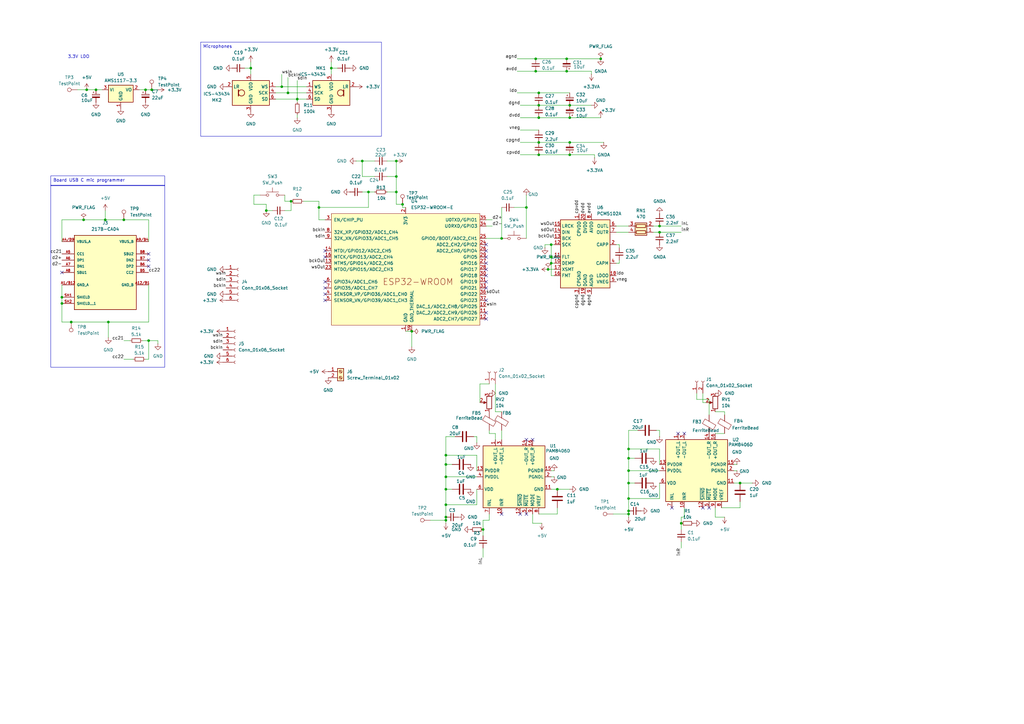
<source format=kicad_sch>
(kicad_sch (version 20231120) (generator "eeschema") (generator_version "8.0")
  (paper "A3")
  (lib_symbols
    (symbol "Amplifier_Audio:PAM8406D"
      (property "Reference" "U" (at -12.7 -15.24 0))
      (property "Value" "PAM8406D" (at -10.16 -17.78 0))
      (symbol "PAM8406D_1_1"
        (pin output line (at 15.24 7.62 180) (length 2.54) (name "+OUT_L") (number "1"))
        (pin input line (at -15.24 5.08 0) (length 2.54) (name "INR") (number "10"))
        (pin power_in line (at -5.08 -15.24 90) (length 2.54) (name "GND") (number "11"))
        (pin input line (at -15.24 -2.54 0) (length 2.54) (name "~{SHND}") (number "12"))
        (pin power_in line (at 2.54 15.24 270) (length 2.54) (name "PVDDR") (number "13"))
        (pin output line (at 15.24 -5.08 180) (length 2.54) (name "-OUT_R") (number "14"))
        (pin power_in line (at 2.54 -15.24 90) (length 2.54) (name "PGNDR") (number "15"))
        (pin output line (at 15.24 -7.62 180) (length 2.54) (name "+OUT_R") (number "16"))
        (pin power_in line (at 0 -15.24 90) (length 2.54) (name "PGNDL") (number "2"))
        (pin output line (at 15.24 5.08 180) (length 2.54) (name "-OUT_L") (number "3"))
        (pin power_in line (at 0 15.24 270) (length 2.54) (name "PVDDL") (number "4"))
        (pin input line (at -15.24 -5.08 0) (length 2.54) (name "~{MUTE}") (number "5"))
        (pin power_in line (at -5.08 15.24 270) (length 2.54) (name "VDD") (number "6"))
        (pin input line (at -15.24 10.16 0) (length 2.54) (name "INL") (number "7"))
        (pin passive line (at -15.24 -10.16 0) (length 2.54) (name "VREF") (number "8"))
        (pin input line (at -15.24 -7.62 0) (length 2.54) (name "MODE") (number "9"))
      )
    )
    (symbol "Audio:PCM5102A"
      (property "Reference" "U" (at -10.16 13.97 0))
      (property "Value" "PCM5102A" (at 3.81 13.97 0))
      (symbol "PCM5102A_1_1"
        (pin passive line (at -2.54 15.24 270) (length 2.54) (name "CPVDD") (number "1"))
        (pin input line (at -12.7 -5.08 0) (length 2.54) (name "DEMP") (number "10"))
        (pin input line (at -12.7 -2.54 0) (length 2.54) (name "FLT") (number "11"))
        (pin input line (at -12.7 2.54 0) (length 2.54) (name "SCK") (number "12"))
        (pin input line (at -12.7 5.08 0) (length 2.54) (name "BCK") (number "13"))
        (pin input line (at -12.7 7.62 0) (length 2.54) (name "DIN") (number "14"))
        (pin input line (at -12.7 10.16 0) (length 2.54) (name "LRCK") (number "15"))
        (pin input line (at -12.7 -10.16 0) (length 2.54) (name "FMT") (number "16"))
        (pin input line (at -12.7 -7.62 0) (length 2.54) (name "XSMT") (number "17"))
        (pin passive line (at 12.7 -10.16 180) (length 2.54) (name "LDOO") (number "18"))
        (pin power_in line (at 0 -17.78 90) (length 2.54) (name "DGND") (number "19"))
        (pin passive line (at 12.7 2.54 180) (length 2.54) (name "CAPP") (number "2"))
        (pin power_in line (at 0 15.24 270) (length 2.54) (name "DVDD") (number "20"))
        (pin power_in line (at -2.54 -17.78 90) (length 2.54) (name "CPGND") (number "3"))
        (pin passive line (at 12.7 -5.08 180) (length 2.54) (name "CAPM") (number "4"))
        (pin passive line (at 12.7 -12.7 180) (length 2.54) (name "VNEG") (number "5"))
        (pin output line (at 12.7 10.16 180) (length 2.54) (name "OUTL") (number "6"))
        (pin output line (at 12.7 7.62 180) (length 2.54) (name "OUTR") (number "7"))
        (pin power_in line (at 2.54 15.24 270) (length 2.54) (name "AVDD") (number "8"))
        (pin power_in line (at 2.54 -17.78 90) (length 2.54) (name "AGND") (number "9"))
      )
    )
    (symbol "Connector:Conn_01x02_Socket" (pin_names (offset 1.016) hide)
      (property "Reference" "J" (at 0 2.54 0))
      (property "Value" "Conn_01x02_Socket" (at 0 -5.08 0))
      (symbol "Conn_01x02_Socket_1_1"
        (pin passive line (at -5.08 0 0) (length 3.81) (name "Pin_1") (number "1"))
        (pin passive line (at -5.08 -2.54 0) (length 3.81) (name "Pin_2") (number "2"))
      )
    )
    (symbol "Connector:Conn_01x06_Socket" (pin_names (offset 1.016) hide)
      (property "Reference" "J" (at 0 7.62 0))
      (property "Value" "Conn_01x06_Socket" (at 0 -10.16 0))
      (symbol "Conn_01x06_Socket_1_1"
        (pin passive line (at -5.08 5.08 0) (length 3.81) (name "Pin_1") (number "1"))
        (pin passive line (at -5.08 2.54 0) (length 3.81) (name "Pin_2") (number "2"))
        (pin passive line (at -5.08 0 0) (length 3.81) (name "Pin_3") (number "3"))
        (pin passive line (at -5.08 -2.54 0) (length 3.81) (name "Pin_4") (number "4"))
        (pin passive line (at -5.08 -5.08 0) (length 3.81) (name "Pin_5") (number "5"))
        (pin passive line (at -5.08 -7.62 0) (length 3.81) (name "Pin_6") (number "6"))
      )
    )
    (symbol "Connector:Screw_Terminal_01x02" (pin_names (offset 1.016) hide)
      (property "Reference" "J" (at 0 2.54 0))
      (property "Value" "Screw_Terminal_01x02" (at 0 -5.08 0))
      (symbol "Screw_Terminal_01x02_1_1"
        (pin passive line (at -5.08 0 0) (length 3.81) (name "Pin_1") (number "1"))
        (pin passive line (at -5.08 -2.54 0) (length 3.81) (name "Pin_2") (number "2"))
      )
    )
    (symbol "Connector:TestPoint" (pin_numbers hide) (pin_names (offset 0.762) hide)
      (property "Reference" "TP" (at 0 6.858 0))
      (property "Value" "TestPoint" (at 0 5.08 0))
      (symbol "TestPoint_1_1"
        (pin passive line (at 0 0 90) (length 2.54) (name "1") (number "1"))
      )
    )
    (symbol "Device:C" (pin_numbers hide) (pin_names (offset 0.254))
      (property "Reference" "C" (at 0.635 2.54 0))
      (property "Value" "C" (at 0.635 -2.54 0))
      (symbol "C_1_1"
        (pin passive line (at 0 3.81 270) (length 2.794) (name "~") (number "1"))
        (pin passive line (at 0 -3.81 90) (length 2.794) (name "~") (number "2"))
      )
    )
    (symbol "Device:C_Polarized_Small" (pin_numbers hide) (pin_names (offset 0.254) hide)
      (property "Reference" "C" (at 0.254 1.778 0))
      (property "Value" "C_Polarized_Small" (at 0.254 -2.032 0))
      (symbol "C_Polarized_Small_1_1"
        (pin passive line (at 0 2.54 270) (length 1.8542) (name "~") (number "1"))
        (pin passive line (at 0 -2.54 90) (length 1.8542) (name "~") (number "2"))
      )
    )
    (symbol "Device:C_Small" (pin_numbers hide) (pin_names (offset 0.254) hide)
      (property "Reference" "C" (at 0.254 1.778 0))
      (property "Value" "C_Small" (at 0.254 -2.032 0))
      (symbol "C_Small_1_1"
        (pin passive line (at 0 2.54 270) (length 2.032) (name "~") (number "1"))
        (pin passive line (at 0 -2.54 90) (length 2.032) (name "~") (number "2"))
      )
    )
    (symbol "Device:FerriteBead" (pin_numbers hide) (pin_names (offset 0))
      (property "Reference" "FB" (at -3.81 0.635 90))
      (property "Value" "FerriteBead" (at 3.81 0 90))
      (symbol "FerriteBead_1_1"
        (pin passive line (at 0 3.81 270) (length 2.54) (name "~") (number "1"))
        (pin passive line (at 0 -3.81 90) (length 2.54) (name "~") (number "2"))
      )
    )
    (symbol "Device:R_Pack02" (pin_names (offset 0) hide)
      (property "Reference" "RN" (at -5.08 0 90))
      (property "Value" "R_Pack02" (at 2.54 0 90))
      (symbol "R_Pack02_1_1"
        (pin passive line (at -2.54 -5.08 90) (length 2.54) (name "R1.1") (number "1"))
        (pin passive line (at 0 -5.08 90) (length 2.54) (name "R2.1") (number "2"))
        (pin passive line (at 0 5.08 270) (length 2.54) (name "R2.2") (number "3"))
        (pin passive line (at -2.54 5.08 270) (length 2.54) (name "R1.2") (number "4"))
      )
    )
    (symbol "Device:R_Potentiometer" (pin_names (offset 1.016) hide)
      (property "Reference" "RV" (at -4.445 0 90))
      (property "Value" "R_Potentiometer" (at -2.54 0 90))
      (symbol "R_Potentiometer_1_1"
        (pin passive line (at 0 3.81 270) (length 1.27) (name "1") (number "1"))
        (pin passive line (at 3.81 0 180) (length 1.27) (name "2") (number "2"))
        (pin passive line (at 0 -3.81 90) (length 1.27) (name "3") (number "3"))
      )
    )
    (symbol "Device:R_Small" (pin_numbers hide) (pin_names (offset 0.254) hide)
      (property "Reference" "R" (at 0.762 0.508 0))
      (property "Value" "R_Small" (at 0.762 -1.016 0))
      (symbol "R_Small_1_1"
        (pin passive line (at 0 2.54 270) (length 0.762) (name "~") (number "1"))
        (pin passive line (at 0 -2.54 90) (length 0.762) (name "~") (number "2"))
      )
    )
    (symbol "Espressif:ESP32-WROOM-E" (pin_names (offset 1.016))
      (property "Reference" "U" (at -30.48 27.94 0))
      (property "Value" "ESP32-WROOM-E" (at -30.48 25.4 0))
      (symbol "ESP32-WROOM-E_1_1"
        (text "ESP32-­WROOM­" (at 5.08 -5.08 0) (effects (font (size 2.54 2.54))))
        (pin power_in line (at 0 -25.4 90) (length 2.54) (name "GND") (number "1"))
        (pin bidirectional line (at 33.02 -15.24 180) (length 2.54) (name "DAC_1/ADC2_CH8/GPIO25") (number "10"))
        (pin bidirectional line (at 33.02 -17.78 180) (length 2.54) (name "DAC_2/ADC2_CH9/GPIO26") (number "11"))
        (pin bidirectional line (at 33.02 -20.32 180) (length 2.54) (name "ADC2_CH7/GPIO27") (number "12"))
        (pin bidirectional line (at -33.02 2.54 0) (length 2.54) (name "MTMS/GPIO14/ADC2_CH6") (number "13"))
        (pin bidirectional line (at -33.02 7.62 0) (length 2.54) (name "MTDI/GPIO12/ADC2_CH5") (number "14"))
        (pin passive line (at 0 -25.4 90) (length 2.54) hide (name "GND") (number "15"))
        (pin bidirectional line (at -33.02 5.08 0) (length 2.54) (name "MTCK/GPIO13/ADC2_CH4") (number "16"))
        (pin power_in line (at 0 25.4 270) (length 2.54) (name "3V3") (number "2"))
        (pin bidirectional line (at -33.02 0 0) (length 2.54) (name "MTDO/GPIO15/ADC2_CH3") (number "23"))
        (pin bidirectional line (at 33.02 10.16 180) (length 2.54) (name "ADC2_CH2/GPIO2") (number "24"))
        (pin bidirectional line (at 33.02 12.7 180) (length 2.54) (name "GPIO0/BOOT/ADC2_CH1") (number "25"))
        (pin bidirectional line (at 33.02 7.62 180) (length 2.54) (name "ADC2_CH0/GPIO4") (number "26"))
        (pin bidirectional line (at 33.02 2.54 180) (length 2.54) (name "GPIO16") (number "27"))
        (pin bidirectional line (at 33.02 0 180) (length 2.54) (name "GPIO17") (number "28"))
        (pin bidirectional line (at 33.02 5.08 180) (length 2.54) (name "GPIO5") (number "29"))
        (pin input line (at -33.02 20.32 0) (length 2.54) (name "EN/CHIP_PU") (number "3"))
        (pin bidirectional line (at 33.02 -2.54 180) (length 2.54) (name "GPIO18") (number "30"))
        (pin bidirectional line (at 33.02 -5.08 180) (length 2.54) (name "GPIO19") (number "31"))
        (pin bidirectional line (at 33.02 -7.62 180) (length 2.54) (name "GPIO21") (number "33"))
        (pin bidirectional line (at 33.02 17.78 180) (length 2.54) (name "U0RXD/GPIO3") (number "34"))
        (pin bidirectional line (at 33.02 20.32 180) (length 2.54) (name "U0TXD/GPIO1") (number "35"))
        (pin bidirectional line (at 33.02 -10.16 180) (length 2.54) (name "GPIO22") (number "36"))
        (pin bidirectional line (at 33.02 -12.7 180) (length 2.54) (name "GPIO23") (number "37"))
        (pin passive line (at 0 -25.4 90) (length 2.54) hide (name "GND") (number "38"))
        (pin power_in line (at 2.54 -25.4 90) (length 2.54) (name "GND_THERMAL") (number "39"))
        (pin input line (at -33.02 -10.16 0) (length 2.54) (name "SENSOR_VP/GPIO36/ADC1_CH0") (number "4"))
        (pin input line (at -33.02 -12.7 0) (length 2.54) (name "SENSOR_VN/GPIO39/ADC1_CH3") (number "5"))
        (pin input line (at -33.02 -5.08 0) (length 2.54) (name "GPIO34/ADC1_CH6") (number "6"))
        (pin input line (at -33.02 -7.62 0) (length 2.54) (name "GPIO35/ADC1_CH7") (number "7"))
        (pin bidirectional line (at -33.02 15.24 0) (length 2.54) (name "32K_XP/GPIO32/ADC1_CH4") (number "8"))
        (pin bidirectional line (at -33.02 12.7 0) (length 2.54) (name "32K_XN/GPIO33/ADC1_CH5") (number "9"))
      )
    )
    (symbol "Regulator_Linear:AMS1117-3.3"
      (property "Reference" "U" (at -3.81 3.175 0))
      (property "Value" "AMS1117-3.3" (at 0 3.175 0))
      (symbol "AMS1117-3.3_1_1"
        (pin power_in line (at 0 -7.62 90) (length 2.54) (name "GND") (number "1"))
        (pin power_out line (at 7.62 0 180) (length 2.54) (name "VO") (number "2"))
        (pin power_in line (at -7.62 0 0) (length 2.54) (name "VI") (number "3"))
      )
    )
    (symbol "Sensor_Audio:ICS-43434"
      (property "Reference" "MK" (at -7.62 6.35 0))
      (property "Value" "ICS-43434" (at 1.27 6.35 0))
      (symbol "ICS-43434_1_1"
        (pin input line (at 10.16 2.54 180) (length 2.54) (name "WS") (number "1"))
        (pin input line (at -10.16 2.54 0) (length 2.54) (name "LR") (number "2"))
        (pin power_in line (at 0 -7.62 90) (length 2.54) (name "GND") (number "3"))
        (pin input line (at 10.16 0 180) (length 2.54) (name "SCK") (number "4"))
        (pin power_in line (at 0 7.62 270) (length 2.54) (name "VDD") (number "5"))
        (pin output line (at 10.16 -2.54 180) (length 2.54) (name "SD") (number "6"))
      )
    )
    (symbol "Switch:SW_Push" (pin_numbers hide) (pin_names (offset 1.016) hide)
      (property "Reference" "SW" (at 1.27 2.54 0))
      (property "Value" "SW_Push" (at 0 -1.524 0))
      (symbol "SW_Push_0_1"
        (pin passive line (at -5.08 0 0) (length 2.54) (name "1") (number "1"))
        (pin passive line (at 5.08 0 180) (length 2.54) (name "2") (number "2"))
      )
    )
    (symbol "power:+3.3V" (power) (pin_numbers hide) (pin_names (offset 0) hide)
      (property "Value" "+3.3V" (at 0 3.556 0))
      (symbol "+3.3V_1_1"
        (pin power_in line (at 0 0 90) (length 0) (name "~") (number "1"))
      )
    )
    (symbol "power:+3.3VA" (power) (pin_numbers hide) (pin_names (offset 0) hide)
      (property "Value" "+3.3VA" (at 0 3.556 0))
      (symbol "+3.3VA_1_1"
        (pin power_in line (at 0 0 90) (length 0) (name "~") (number "1"))
      )
    )
    (symbol "power:+5V" (power) (pin_numbers hide) (pin_names (offset 0) hide)
      (property "Value" "+5V" (at 0 3.556 0))
      (symbol "+5V_1_1"
        (pin power_in line (at 0 0 90) (length 0) (name "~") (number "1"))
      )
    )
    (symbol "power:GND" (power) (pin_numbers hide) (pin_names (offset 0) hide)
      (property "Value" "GND" (at 0 -3.81 0))
      (symbol "GND_1_1"
        (pin power_in line (at 0 0 270) (length 0) (name "~") (number "1"))
      )
    )
    (symbol "power:GNDA" (power) (pin_numbers hide) (pin_names (offset 0) hide)
      (property "Value" "GNDA" (at 0 -3.81 0))
      (symbol "GNDA_1_1"
        (pin power_in line (at 0 0 270) (length 0) (name "~") (number "1"))
      )
    )
    (symbol "power:PWR_FLAG" (power) (pin_numbers hide) (pin_names (offset 0) hide)
      (property "Value" "PWR_FLAG" (at 0 3.81 0))
      (symbol "PWR_FLAG_0_0"
        (pin power_out line (at 0 0 90) (length 0) (name "~") (number "1"))
      )
    )
    (symbol "receptacle:217B-CA04" (pin_names (offset 1.016))
      (property "Reference" "J" (at -12.7 13.335 0))
      (property "Value" "217B-CA04" (at -12.7 -20.32 0))
      (symbol "217B-CA04_0_0"
        (pin power_in line (at -17.78 -7.62 0) (length 5.08) (name "GND_A") (number "A1/B12"))
        (pin power_in line (at 17.78 -7.62 180) (length 5.08) (name "GND_B") (number "A12/B1"))
        (pin power_in line (at -17.78 10.16 0) (length 5.08) (name "VBUS_A") (number "A4/B9"))
        (pin bidirectional line (at -17.78 5.08 0) (length 5.08) (name "CC1") (number "A5"))
        (pin bidirectional line (at -17.78 2.54 0) (length 5.08) (name "DP1") (number "A6"))
        (pin bidirectional line (at -17.78 0 0) (length 5.08) (name "DN1") (number "A7"))
        (pin bidirectional line (at -17.78 -2.54 0) (length 5.08) (name "SBU1") (number "A8"))
        (pin power_in line (at 17.78 10.16 180) (length 5.08) (name "VBUS_B") (number "A9/B4"))
        (pin bidirectional line (at 17.78 -2.54 180) (length 5.08) (name "CC2") (number "B5"))
        (pin bidirectional line (at 17.78 0 180) (length 5.08) (name "DP2") (number "B6"))
        (pin bidirectional line (at 17.78 2.54 180) (length 5.08) (name "DN2") (number "B7"))
        (pin bidirectional line (at 17.78 5.08 180) (length 5.08) (name "SBU2") (number "B8"))
        (pin passive line (at -17.78 -12.7 0) (length 5.08) (name "SHIELD") (number "SH1"))
        (pin passive line (at -17.78 -15.24 0) (length 5.08) (name "SHIELD__1") (number "SH2"))
      )
    )
  )
  (junction (at 130.81 85.09))
  (junction (at 62.23 36.83))
  (junction (at 109.22 86.36))
  (junction (at 220.98 43.18))
  (junction (at 215.9 85.09))
  (junction (at 59.69 36.83))
  (junction (at 220.98 63.5))
  (junction (at 220.98 48.26))
  (junction (at 226.06 100.33))
  (junction (at 232.41 29.21))
  (junction (at 168.91 135.89))
  (junction (at 35.56 36.83))
  (junction (at 257.81 209.55))
  (junction (at 270.51 95.25))
  (junction (at 182.88 190.5))
  (junction (at 226.06 107.95))
  (junction (at 233.68 58.42))
  (junction (at 118.11 38.1))
  (junction (at 270.51 92.71))
  (junction (at 119.38 82.55))
  (junction (at 279.4 214.63))
  (junction (at 60.96 139.7))
  (junction (at 162.56 72.39))
  (junction (at 115.57 35.56))
  (junction (at 182.88 213.36))
  (junction (at 162.56 78.74))
  (junction (at 257.81 187.96))
  (junction (at 205.74 97.79))
  (junction (at 198.12 217.17))
  (junction (at 257.81 198.12))
  (junction (at 148.59 66.04))
  (junction (at 220.98 38.1))
  (junction (at 233.68 63.5))
  (junction (at 50.8 90.17))
  (junction (at 151.13 78.74))
  (junction (at 29.21 132.08))
  (junction (at 303.53 198.12))
  (junction (at 228.6 200.66))
  (junction (at 257.81 193.04))
  (junction (at 182.88 207.01))
  (junction (at 232.41 24.13))
  (junction (at 219.71 29.21))
  (junction (at 25.4 121.92))
  (junction (at 121.92 40.64))
  (junction (at 257.81 184.15))
  (junction (at 257.81 210.82))
  (junction (at 257.81 204.47))
  (junction (at 39.37 36.83))
  (junction (at 182.88 200.66))
  (junction (at 226.06 105.41))
  (junction (at 135.89 27.94))
  (junction (at 246.38 24.13))
  (junction (at 25.4 124.46))
  (junction (at 233.68 43.18))
  (junction (at 43.18 90.17))
  (junction (at 162.56 66.04))
  (junction (at 220.98 58.42))
  (junction (at 224.79 110.49))
  (junction (at 182.88 212.09))
  (junction (at 182.88 195.58))
  (junction (at 34.29 90.17))
  (junction (at 102.87 27.94))
  (junction (at 233.68 48.26))
  (junction (at 44.45 132.08))
  (junction (at 165.1 83.82))
  (junction (at 219.71 24.13))
  (junction (at 182.88 186.69))
  (no_connect (at 290.83 208.28))
  (no_connect (at 215.9 180.34))
  (no_connect (at 60.96 109.22))
  (no_connect (at 199.39 113.03))
  (no_connect (at 278.13 177.8))
  (no_connect (at 199.39 118.11))
  (no_connect (at 199.39 115.57))
  (no_connect (at 199.39 130.81))
  (no_connect (at 133.35 118.11))
  (no_connect (at 215.9 210.82))
  (no_connect (at 199.39 102.87))
  (no_connect (at 60.96 104.14))
  (no_connect (at 25.4 111.76))
  (no_connect (at 218.44 180.34))
  (no_connect (at 133.35 120.65))
  (no_connect (at 199.39 105.41))
  (no_connect (at 288.29 208.28))
  (no_connect (at 199.39 107.95))
  (no_connect (at 280.67 177.8))
  (no_connect (at 199.39 128.27))
  (no_connect (at 275.59 208.28))
  (no_connect (at 199.39 123.19))
  (no_connect (at 133.35 105.41))
  (no_connect (at 205.74 210.82))
  (no_connect (at 60.96 106.68))
  (no_connect (at 133.35 123.19))
  (no_connect (at 213.36 210.82))
  (no_connect (at 199.39 100.33))
  (no_connect (at 133.35 115.57))
  (no_connect (at 199.39 110.49))
  (no_connect (at 133.35 102.87))
  (wire (pts (xy 226.06 105.41) (xy 226.06 107.95)))
  (wire (pts (xy 182.88 190.5) (xy 182.88 195.58)))
  (wire (pts (xy 64.77 139.7) (xy 64.77 140.97)))
  (wire (pts (xy 57.15 36.83) (xy 59.69 36.83)))
  (wire (pts (xy 213.36 53.34) (xy 220.98 53.34)))
  (wire (pts (xy 223.52 100.33) (xy 223.52 101.6)))
  (wire (pts (xy 226.06 100.33) (xy 226.06 105.41)))
  (wire (pts (xy 116.84 82.55) (xy 119.38 82.55)))
  (wire (pts (xy 198.12 217.17) (xy 198.12 219.71)))
  (wire (pts (xy 116.84 80.01) (xy 116.84 82.55)))
  (wire (pts (xy 257.81 198.12) (xy 257.81 204.47)))
  (wire (pts (xy 215.9 85.09) (xy 215.9 97.79)))
  (wire (pts (xy 119.38 86.36) (xy 116.84 86.36)))
  (wire (pts (xy 213.36 48.26) (xy 220.98 48.26)))
  (wire (pts (xy 104.14 83.82) (xy 109.22 83.82)))
  (wire (pts (xy 228.6 208.28) (xy 228.6 210.82)))
  (wire (pts (xy 109.22 83.82) (xy 109.22 86.36)))
  (wire (pts (xy 302.26 193.04) (xy 300.99 193.04)))
  (wire (pts (xy 182.88 212.09) (xy 182.88 213.36)))
  (wire (pts (xy 220.98 43.18) (xy 233.68 43.18)))
  (wire (pts (xy 115.57 35.56) (xy 125.73 35.56)))
  (wire (pts (xy 251.46 210.82) (xy 257.81 210.82)))
  (wire (pts (xy 113.03 40.64) (xy 121.92 40.64)))
  (wire (pts (xy 232.41 29.21) (xy 242.57 29.21)))
  (wire (pts (xy 227.33 100.33) (xy 226.06 100.33)))
  (wire (pts (xy 254 106.68) (xy 254 107.95)))
  (wire (pts (xy 252.73 92.71) (xy 257.81 92.71)))
  (wire (pts (xy 151.13 78.74) (xy 148.59 78.74)))
  (wire (pts (xy 60.96 147.32) (xy 60.96 139.7)))
  (wire (pts (xy 233.68 48.26) (xy 246.38 48.26)))
  (wire (pts (xy 205.74 168.91) (xy 203.2 168.91)))
  (wire (pts (xy 119.38 82.55) (xy 119.38 86.36)))
  (wire (pts (xy 257.81 187.96) (xy 260.35 187.96)))
  (wire (pts (xy 220.98 38.1) (xy 233.68 38.1)))
  (wire (pts (xy 182.88 195.58) (xy 195.58 195.58)))
  (wire (pts (xy 257.81 176.53) (xy 261.62 176.53)))
  (wire (pts (xy 25.4 121.92) (xy 25.4 124.46)))
  (wire (pts (xy 111.76 86.36) (xy 109.22 86.36)))
  (wire (pts (xy 257.81 204.47) (xy 270.51 204.47)))
  (wire (pts (xy 290.83 163.83) (xy 290.83 170.18)))
  (wire (pts (xy 182.88 190.5) (xy 185.42 190.5)))
  (wire (pts (xy 203.2 177.8) (xy 200.66 177.8)))
  (wire (pts (xy 293.37 177.8) (xy 297.18 177.8)))
  (wire (pts (xy 220.98 48.26) (xy 233.68 48.26)))
  (wire (pts (xy 254 100.33) (xy 254 101.6)))
  (wire (pts (xy 212.09 24.13) (xy 219.71 24.13)))
  (wire (pts (xy 279.4 212.09) (xy 279.4 214.63)))
  (wire (pts (xy 182.88 200.66) (xy 182.88 207.01)))
  (wire (pts (xy 257.81 184.15) (xy 257.81 187.96)))
  (wire (pts (xy 118.11 38.1) (xy 125.73 38.1)))
  (wire (pts (xy 226.06 113.03) (xy 226.06 107.95)))
  (wire (pts (xy 121.92 46.99) (xy 121.92 48.26)))
  (wire (pts (xy 31.75 36.83) (xy 35.56 36.83)))
  (wire (pts (xy 220.98 63.5) (xy 233.68 63.5)))
  (wire (pts (xy 303.53 205.74) (xy 303.53 208.28)))
  (wire (pts (xy 220.98 210.82) (xy 228.6 210.82)))
  (wire (pts (xy 60.96 139.7) (xy 64.77 139.7)))
  (wire (pts (xy 270.51 95.25) (xy 279.4 95.25)))
  (wire (pts (xy 213.36 43.18) (xy 220.98 43.18)))
  (wire (pts (xy 226.06 100.33) (xy 223.52 100.33)))
  (wire (pts (xy 219.71 24.13) (xy 232.41 24.13)))
  (wire (pts (xy 158.75 72.39) (xy 162.56 72.39)))
  (wire (pts (xy 210.82 85.09) (xy 215.9 85.09)))
  (wire (pts (xy 194.31 179.07) (xy 195.58 179.07)))
  (wire (pts (xy 182.88 200.66) (xy 185.42 200.66)))
  (wire (pts (xy 257.81 209.55) (xy 257.81 210.82)))
  (wire (pts (xy 228.6 200.66) (xy 233.68 200.66)))
  (wire (pts (xy 257.81 193.04) (xy 257.81 198.12)))
  (wire (pts (xy 102.87 25.4) (xy 102.87 27.94)))
  (wire (pts (xy 200.66 177.8) (xy 200.66 176.53)))
  (wire (pts (xy 165.1 85.09) (xy 166.37 85.09)))
  (wire (pts (xy 224.79 110.49) (xy 227.33 110.49)))
  (wire (pts (xy 25.4 90.17) (xy 34.29 90.17)))
  (wire (pts (xy 182.88 179.07) (xy 186.69 179.07)))
  (wire (pts (xy 182.88 186.69) (xy 182.88 179.07)))
  (wire (pts (xy 270.51 198.12) (xy 270.51 204.47)))
  (wire (pts (xy 118.11 31.75) (xy 118.11 38.1)))
  (wire (pts (xy 279.4 212.09) (xy 280.67 212.09)))
  (wire (pts (xy 227.33 195.58) (xy 226.06 195.58)))
  (wire (pts (xy 289.56 165.1) (xy 288.29 165.1)))
  (wire (pts (xy 257.81 204.47) (xy 257.81 209.55)))
  (wire (pts (xy 50.8 90.17) (xy 60.96 90.17)))
  (wire (pts (xy 257.81 184.15) (xy 257.81 176.53)))
  (wire (pts (xy 219.71 29.21) (xy 232.41 29.21)))
  (wire (pts (xy 257.81 184.15) (xy 270.51 184.15)))
  (wire (pts (xy 104.14 80.01) (xy 106.68 80.01)))
  (wire (pts (xy 213.36 63.5) (xy 220.98 63.5)))
  (wire (pts (xy 182.88 207.01) (xy 182.88 212.09)))
  (wire (pts (xy 293.37 208.28) (xy 293.37 212.09)))
  (wire (pts (xy 162.56 78.74) (xy 162.56 83.82)))
  (wire (pts (xy 198.12 213.36) (xy 198.12 217.17)))
  (wire (pts (xy 195.58 181.61) (xy 195.58 179.07)))
  (wire (pts (xy 213.36 58.42) (xy 220.98 58.42)))
  (wire (pts (xy 121.92 33.02) (xy 121.92 40.64)))
  (wire (pts (xy 270.51 179.07) (xy 270.51 176.53)))
  (wire (pts (xy 279.4 222.25) (xy 279.4 224.79)))
  (wire (pts (xy 196.85 157.48) (xy 200.66 157.48)))
  (wire (pts (xy 302.26 190.5) (xy 300.99 190.5)))
  (wire (pts (xy 303.53 198.12) (xy 308.61 198.12)))
  (wire (pts (xy 270.51 95.25) (xy 267.97 95.25)))
  (wire (pts (xy 295.91 208.28) (xy 303.53 208.28)))
  (wire (pts (xy 226.06 107.95) (xy 227.33 107.95)))
  (wire (pts (xy 218.44 210.82) (xy 218.44 214.63)))
  (wire (pts (xy 113.03 35.56) (xy 115.57 35.56)))
  (wire (pts (xy 25.4 124.46) (xy 25.4 132.08)))
  (wire (pts (xy 34.29 90.17) (xy 43.18 90.17)))
  (wire (pts (xy 162.56 66.04) (xy 162.56 72.39)))
  (wire (pts (xy 270.51 190.5) (xy 270.51 184.15)))
  (wire (pts (xy 257.81 193.04) (xy 270.51 193.04)))
  (wire (pts (xy 115.57 30.48) (xy 115.57 35.56)))
  (wire (pts (xy 59.69 147.32) (xy 60.96 147.32)))
  (wire (pts (xy 243.84 63.5) (xy 243.84 64.77)))
  (wire (pts (xy 205.74 176.53) (xy 205.74 180.34)))
  (wire (pts (xy 226.06 200.66) (xy 228.6 200.66)))
  (wire (pts (xy 102.87 27.94) (xy 102.87 30.48)))
  (wire (pts (xy 43.18 90.17) (xy 50.8 90.17)))
  (wire (pts (xy 148.59 66.04) (xy 148.59 72.39)))
  (wire (pts (xy 182.88 195.58) (xy 182.88 200.66)))
  (wire (pts (xy 257.81 210.82) (xy 257.81 212.09)))
  (wire (pts (xy 293.37 212.09) (xy 297.18 212.09)))
  (wire (pts (xy 290.83 163.83) (xy 285.75 163.83)))
  (wire (pts (xy 35.56 36.83) (xy 39.37 36.83)))
  (wire (pts (xy 205.74 85.09) (xy 205.74 97.79)))
  (wire (pts (xy 200.66 213.36) (xy 200.66 210.82)))
  (wire (pts (xy 233.68 63.5) (xy 243.84 63.5)))
  (wire (pts (xy 182.88 186.69) (xy 195.58 186.69)))
  (wire (pts (xy 203.2 177.8) (xy 203.2 180.34)))
  (wire (pts (xy 199.39 97.79) (xy 205.74 97.79)))
  (wire (pts (xy 232.41 24.13) (xy 246.38 24.13)))
  (wire (pts (xy 50.8 147.32) (xy 54.61 147.32)))
  (wire (pts (xy 203.2 157.48) (xy 203.2 168.91)))
  (wire (pts (xy 182.88 213.36) (xy 182.88 214.63)))
  (wire (pts (xy 25.4 132.08) (xy 29.21 132.08)))
  (wire (pts (xy 148.59 66.04) (xy 153.67 66.04)))
  (wire (pts (xy 166.37 135.89) (xy 168.91 135.89)))
  (wire (pts (xy 270.51 92.71) (xy 267.97 92.71)))
  (wire (pts (xy 269.24 176.53) (xy 270.51 176.53)))
  (wire (pts (xy 288.29 161.29) (xy 288.29 165.1)))
  (wire (pts (xy 25.4 99.06) (xy 25.4 90.17)))
  (wire (pts (xy 233.68 58.42) (xy 247.65 58.42)))
  (wire (pts (xy 200.66 213.36) (xy 198.12 213.36)))
  (wire (pts (xy 158.75 78.74) (xy 162.56 78.74)))
  (wire (pts (xy 196.85 165.1) (xy 196.85 157.48)))
  (wire (pts (xy 233.68 43.18) (xy 242.57 43.18)))
  (wire (pts (xy 130.81 85.09) (xy 151.13 85.09)))
  (wire (pts (xy 62.23 36.83) (xy 64.77 36.83)))
  (wire (pts (xy 176.53 213.36) (xy 182.88 213.36)))
  (wire (pts (xy 135.89 27.94) (xy 135.89 30.48)))
  (wire (pts (xy 199.39 92.71) (xy 201.93 92.71)))
  (wire (pts (xy 162.56 83.82) (xy 165.1 83.82)))
  (wire (pts (xy 151.13 85.09) (xy 151.13 78.74)))
  (wire (pts (xy 182.88 186.69) (xy 182.88 190.5)))
  (wire (pts (xy 100.33 27.94) (xy 102.87 27.94)))
  (wire (pts (xy 158.75 66.04) (xy 162.56 66.04)))
  (wire (pts (xy 199.39 90.17) (xy 201.93 90.17)))
  (wire (pts (xy 165.1 83.82) (xy 165.1 85.09)))
  (wire (pts (xy 121.92 40.64) (xy 125.73 40.64)))
  (wire (pts (xy 182.88 207.01) (xy 195.58 207.01)))
  (wire (pts (xy 39.37 36.83) (xy 41.91 36.83)))
  (wire (pts (xy 252.73 100.33) (xy 254 100.33)))
  (wire (pts (xy 220.98 58.42) (xy 233.68 58.42)))
  (wire (pts (xy 50.8 139.7) (xy 53.34 139.7)))
  (wire (pts (xy 212.09 38.1) (xy 220.98 38.1)))
  (wire (pts (xy 226.06 105.41) (xy 227.33 105.41)))
  (wire (pts (xy 44.45 132.08) (xy 60.96 132.08)))
  (wire (pts (xy 252.73 95.25) (xy 257.81 95.25)))
  (wire (pts (xy 195.58 200.66) (xy 195.58 207.01)))
  (wire (pts (xy 270.51 92.71) (xy 279.4 92.71)))
  (wire (pts (xy 104.14 83.82) (xy 104.14 80.01)))
  (wire (pts (xy 218.44 214.63) (xy 222.25 214.63)))
  (wire (pts (xy 153.67 78.74) (xy 151.13 78.74)))
  (wire (pts (xy 29.21 132.08) (xy 44.45 132.08)))
  (wire (pts (xy 44.45 132.08) (xy 44.45 138.43)))
  (wire (pts (xy 227.33 193.04) (xy 226.06 193.04)))
  (wire (pts (xy 198.12 224.79) (xy 198.12 228.6)))
  (wire (pts (xy 138.43 27.94) (xy 135.89 27.94)))
  (wire (pts (xy 130.81 90.17) (xy 130.81 85.09)))
  (wire (pts (xy 280.67 208.28) (xy 280.67 212.09)))
  (wire (pts (xy 43.18 86.36) (xy 43.18 90.17)))
  (wire (pts (xy 60.96 139.7) (xy 58.42 139.7)))
  (wire (pts (xy 285.75 163.83) (xy 285.75 161.29)))
  (wire (pts (xy 279.4 217.17) (xy 279.4 214.63)))
  (wire (pts (xy 130.81 85.09) (xy 130.81 82.55)))
  (wire (pts (xy 124.46 82.55) (xy 130.81 82.55)))
  (wire (pts (xy 215.9 80.01) (xy 215.9 85.09)))
  (wire (pts (xy 168.91 135.89) (xy 168.91 142.24)))
  (wire (pts (xy 162.56 72.39) (xy 162.56 78.74)))
  (wire (pts (xy 257.81 187.96) (xy 257.81 193.04)))
  (wire (pts (xy 25.4 116.84) (xy 25.4 121.92)))
  (wire (pts (xy 121.92 41.91) (xy 121.92 40.64)))
  (wire (pts (xy 257.81 198.12) (xy 260.35 198.12)))
  (wire (pts (xy 254 107.95) (xy 252.73 107.95)))
  (wire (pts (xy 130.81 90.17) (xy 133.35 90.17)))
  (wire (pts (xy 60.96 116.84) (xy 60.96 132.08)))
  (wire (pts (xy 195.58 193.04) (xy 195.58 186.69)))
  (wire (pts (xy 297.18 168.91) (xy 293.37 168.91)))
  (wire (pts (xy 113.03 38.1) (xy 118.11 38.1)))
  (wire (pts (xy 153.67 72.39) (xy 148.59 72.39)))
  (wire (pts (xy 227.33 113.03) (xy 226.06 113.03)))
  (wire (pts (xy 59.69 36.83) (xy 62.23 36.83)))
  (wire (pts (xy 300.99 198.12) (xy 303.53 198.12)))
  (wire (pts (xy 146.05 66.04) (xy 148.59 66.04)))
  (wire (pts (xy 297.18 170.18) (xy 297.18 168.91)))
  (wire (pts (xy 135.89 25.4) (xy 135.89 27.94)))
  (wire (pts (xy 60.96 90.17) (xy 60.96 99.06)))
  (wire (pts (xy 242.57 29.21) (xy 242.57 30.48)))
  (wire (pts (xy 212.09 29.21) (xy 219.71 29.21)))
  (rectangle (start 20.828 75.946) (end 67.564 150.622))
  (text_box "Microphones\n\n" (at 82.296 17.272 0) (size 74.168 38.608) (effects (font (size 1.27 1.27)) (justify left top)))
  (text_box "Board USB C mic programmer\n\n\n" (at 20.828 72.136 0) (size 46.736 4.064) (effects (font (size 1.27 1.27)) (justify left top)))
  (text "3.3V LDO\n" (at 32.258 23.368 0) (effects (font (size 1.27 1.27))))
  (label "cpgnd" (at 213.36 58.42 180))
  (label "sdIn" (at 91.44 140.97 180))
  (label "d2-" (at 25.4 109.22 180))
  (label "d2-" (at 201.93 92.71 0))
  (label "agnd" (at 212.09 24.13 180))
  (label "vneg" (at 213.36 53.34 180))
  (label "bckIn" (at 91.44 143.51 180))
  (label "cpvdd" (at 213.36 63.5 180))
  (label "inR" (at 279.4 224.79 270))
  (label "bckIn" (at 118.11 31.75 0))
  (label "dvdd" (at 240.03 87.63 90))
  (label "inR" (at 279.4 95.25 0))
  (label "cpvdd" (at 237.49 87.63 90))
  (label "cc22" (at 50.8 147.32 180))
  (label "sdIn" (at 133.35 97.79 180))
  (label "sdIn" (at 92.71 115.57 180))
  (label "inL" (at 198.12 228.6 270))
  (label "cc21" (at 50.8 139.7 180))
  (label "cpgnd" (at 237.49 120.65 270))
  (label "wsIn" (at 92.71 113.03 180))
  (label "agnd" (at 242.57 120.65 270))
  (label "wsOut" (at 133.35 110.49 180))
  (label "avdd" (at 242.57 87.63 90))
  (label "vneg" (at 252.73 115.57 0))
  (label "sdOut" (at 199.39 120.65 0))
  (label "d2+" (at 25.4 106.68 180))
  (label "sdOut" (at 227.33 95.25 180))
  (label "cc21" (at 25.4 104.14 180))
  (label "bckOut" (at 133.35 107.95 180))
  (label "ldo" (at 252.73 113.03 0))
  (label "bckIn" (at 133.35 95.25 180))
  (label "wsIn" (at 115.57 30.48 0))
  (label "avdd" (at 212.09 29.21 180))
  (label "d2+" (at 201.93 90.17 0))
  (label "dgnd" (at 240.03 120.65 270))
  (label "cc22" (at 60.96 111.76 0))
  (label "ldo" (at 212.09 38.1 180))
  (label "inL" (at 279.4 92.71 0))
  (label "bckIn" (at 92.71 118.11 180))
  (label "dgnd" (at 213.36 43.18 180))
  (label "wsIn" (at 199.39 125.73 0))
  (label "sdIn" (at 121.92 33.02 0))
  (label "wsIn" (at 91.44 138.43 180))
  (label "bckOut" (at 227.33 97.79 180))
  (label "wsOut" (at 227.33 92.71 180))
  (label "dvdd" (at 213.36 48.26 180))
  (symbol (lib_id "Device:C_Polarized_Small") (at 39.37 39.37 0) (unit 1)
    (property "Reference" "C6" (at 33.274 39.116 0) (effects (justify left)))
    (property "Value" "10uF" (at 33.274 41.148 0) (effects (justify left)))
    (property "Footprint" "Capacitor_SMD:C_0805_2012Metric" (effects (hide yes)))
    (property "Description" "Polarized capacitor, small symbol" (effects (hide yes)))
  )
  (symbol (lib_id "power:GND") (at 92.71 35.56 270) (unit 1)
    (property "Reference" "#PWR038" (effects (hide yes)))
    (property "Value" "GND" (at 88.9 35.5599 90) (effects (justify right)))
    (property "Description" "Power symbol creates a global label with name \"GND\" , ground" (effects (hide yes)))
  )
  (symbol (lib_id "power:+5V") (at 297.18 212.09 180) (unit 1)
    (property "Reference" "#PWR029" (effects (hide yes)))
    (property "Value" "+5V" (at 297.18 217.17 0))
    (property "Description" "Power symbol creates a global label with name \"+5V\"" (effects (hide yes)))
  )
  (symbol (lib_id "Device:R_Small") (at 281.94 214.63 270) (unit 1)
    (property "Reference" "R1" (at 281.94 209.55 90))
    (property "Value" "10k" (at 281.94 212.09 90))
    (property "Footprint" "Resistor_SMD:R_0805_2012Metric" (effects (hide yes)))
    (property "Description" "Resistor, small symbol" (effects (hide yes)))
  )
  (symbol (lib_id "Device:C_Small") (at 185.42 212.09 90) (unit 1)
    (property "Reference" "C3" (at 185.42 209.296 90))
    (property "Value" "20uF" (at 187.706 215.392 90))
    (property "Footprint" "Capacitor_SMD:C_1812_4532Metric" (effects (hide yes)))
    (property "Description" "Unpolarized capacitor, small symbol" (effects (hide yes)))
  )
  (symbol (lib_id "power:GND") (at 187.96 212.09 90) (unit 1)
    (property "Reference" "#PWR04" (effects (hide yes)))
    (property "Value" "GND" (at 191.77 212.0899 90) (effects (justify right)))
    (property "Description" "Power symbol creates a global label with name \"GND\" , ground" (effects (hide yes)))
  )
  (symbol (lib_id "Device:C") (at 265.43 176.53 90) (unit 1)
    (property "Reference" "C17" (at 261.62 172.72 90))
    (property "Value" "20uF" (at 261.62 175.26 90))
    (property "Footprint" "Capacitor_SMD:C_1812_4532Metric" (effects (hide yes)))
    (property "Description" "Unpolarized capacitor" (effects (hide yes)))
  )
  (symbol (lib_id "power:PWR_FLAG") (at 246.38 24.13 0) (unit 1)
    (property "Reference" "#FLG05" (effects (hide yes)))
    (property "Value" "PWR_FLAG" (at 246.38 19.05 0))
    (property "Description" "Special symbol for telling ERC where power comes from" (effects (hide yes)))
  )
  (symbol (lib_id "power:GND") (at 284.48 214.63 90) (unit 1)
    (property "Reference" "#PWR01" (effects (hide yes)))
    (property "Value" "GND" (at 288.29 214.6299 90) (effects (justify right)))
    (property "Description" "Power symbol creates a global label with name \"GND\" , ground" (effects (hide yes)))
  )
  (symbol (lib_id "power:GND") (at 91.44 146.05 270) (unit 1)
    (property "Reference" "#PWR060" (effects (hide yes)))
    (property "Value" "GND" (at 87.63 146.0499 90) (effects (justify right)))
    (property "Description" "Power symbol creates a global label with name \"GND\" , ground" (effects (hide yes)))
  )
  (symbol (lib_id "Switch:SW_Push") (at 210.82 97.79 0) (unit 1)
    (property "Reference" "SW4" (at 210.82 90.17 0))
    (property "Value" "SW_Push" (at 210.82 92.71 0))
    (property "Footprint" "Switch:SW2_PTS636 SM25F SMTR LFS_CNK" (effects (hide yes)))
    (property "Description" "Push button switch, generic, two pins" (effects (hide yes)))
  )
  (symbol (lib_id "power:+5V") (at 35.56 36.83 0) (unit 1)
    (property "Reference" "#PWR07" (effects (hide yes)))
    (property "Value" "+5V" (at 35.56 31.75 0))
    (property "Description" "Power symbol creates a global label with name \"+5V\"" (effects (hide yes)))
  )
  (symbol (lib_id "power:GNDA") (at 247.65 58.42 0) (unit 1)
    (property "Reference" "#PWR053" (effects (hide yes)))
    (property "Value" "GNDA" (at 247.65 63.5 0))
    (property "Description" "Power symbol creates a global label with name \"GNDA\" , analog ground" (effects (hide yes)))
  )
  (symbol (lib_id "Device:C_Polarized_Small") (at 233.68 40.64 0) (unit 1)
    (property "Reference" "C32" (at 236.22 38.8238 0) (effects (justify left)))
    (property "Value" "10uF" (at 236.22 41.3638 0) (effects (justify left)))
    (property "Footprint" "Capacitor_SMD:C_0805_2012Metric" (effects (hide yes)))
    (property "Description" "Polarized capacitor, small symbol" (effects (hide yes)))
  )
  (symbol (lib_id "Device:R_Small") (at 156.21 78.74 270) (unit 1)
    (property "Reference" "R13" (at 156.21 76.962 90))
    (property "Value" "10k" (at 156.464 81.28 90))
    (property "Footprint" "Resistor_SMD:R_0805_2012Metric" (effects (hide yes)))
    (property "Description" "Resistor, small symbol" (effects (hide yes)))
  )
  (symbol (lib_id "Amplifier_Audio:PAM8406D") (at 210.82 195.58 90) (unit 1)
    (property "Reference" "U1" (at 226.822 182.88 90))
    (property "Value" "PAM8406D" (at 228.854 184.912 90))
    (property "Footprint" "Package_SO:SOP-16_3.9x9.9mm_P1.27mm" (effects (hide yes)))
    (property "Datasheet" "https://www.diodes.com/assets/Datasheets/PAM8406.pdf" (effects (hide yes)))
    (property "Description" "Filterless Class-D / Class-AB Stereo Audio Amplifier, 5.0W, SOIC-16" (effects (hide yes)))
  )
  (symbol (lib_id "power:+3.3VA") (at 224.79 110.49 90) (unit 1)
    (property "Reference" "#PWR047" (effects (hide yes)))
    (property "Value" "+3.3VA" (at 220.98 110.4899 90) (effects (justify left)))
    (property "Description" "Power symbol creates a global label with name \"+3.3VA\"" (effects (hide yes)))
  )
  (symbol (lib_id "power:GND") (at 64.77 140.97 0) (unit 1)
    (property "Reference" "#PWR058" (effects (hide yes)))
    (property "Value" "GND" (at 64.77 146.05 0))
    (property "Description" "Power symbol creates a global label with name \"GND\" , ground" (effects (hide yes)))
  )
  (symbol (lib_id "power:GND") (at 92.71 120.65 270) (unit 1)
    (property "Reference" "#PWR035" (effects (hide yes)))
    (property "Value" "GND" (at 88.9 120.6499 90) (effects (justify right)))
    (property "Description" "Power symbol creates a global label with name \"GND\" , ground" (effects (hide yes)))
  )
  (symbol (lib_id "power:+5V") (at 182.88 214.63 180) (unit 1)
    (property "Reference" "#PWR03" (effects (hide yes)))
    (property "Value" "+5V" (at 182.88 219.71 0))
    (property "Description" "Power symbol creates a global label with name \"+5V\"" (effects (hide yes)))
  )
  (symbol (lib_id "Device:R_Small") (at 55.88 139.7 90) (unit 1)
    (property "Reference" "R14" (at 55.88 134.62 90))
    (property "Value" "5.1k" (at 55.88 137.16 90))
    (property "Footprint" "Resistor_SMD:R_0805_2012Metric" (effects (hide yes)))
    (property "Description" "Resistor, small symbol" (effects (hide yes)))
  )
  (symbol (lib_id "Device:FerriteBead") (at 297.18 173.99 0) (unit 1)
    (property "Reference" "FB4" (at 300.99 172.6691 0) (effects (justify left)))
    (property "Value" "FerriteBead" (at 300.228 175.514 0) (effects (justify left)))
    (property "Footprint" "Inductor_SMD:L_0603_1608Metric" (effects (hide yes)))
    (property "Description" "Ferrite bead" (effects (hide yes)))
  )
  (symbol (lib_id "power:+3.3V") (at 146.05 35.56 270) (unit 1)
    (property "Reference" "#PWR043" (effects (hide yes)))
    (property "Value" "+3.3V" (at 149.86 35.5599 90) (effects (justify left)))
    (property "Description" "Power symbol creates a global label with name \"+3.3V\"" (effects (hide yes)))
  )
  (symbol (lib_id "power:GND") (at 59.69 41.91 0) (unit 1)
    (property "Reference" "#PWR010" (effects (hide yes)))
    (property "Value" "GND" (at 59.69 46.99 0))
    (property "Description" "Power symbol creates a global label with name \"GND\" , ground" (effects (hide yes)))
  )
  (symbol (lib_id "Device:C_Polarized_Small") (at 233.68 60.96 180) (unit 1)
    (property "Reference" "C34" (at 236.22 59.944 0) (effects (justify right)))
    (property "Value" "10uF" (at 236.474 61.722 0) (effects (justify right)))
    (property "Footprint" "Capacitor_SMD:C_0805_2012Metric" (effects (hide yes)))
    (property "Description" "Polarized capacitor, small symbol" (effects (hide yes)))
  )
  (symbol (lib_id "power:GND") (at 146.05 66.04 270) (unit 1)
    (property "Reference" "#PWR020" (effects (hide yes)))
    (property "Value" "GND" (at 142.24 66.0399 90) (effects (justify right)))
    (property "Description" "Power symbol creates a global label with name \"GND\" , ground" (effects (hide yes)))
  )
  (symbol (lib_id "power:GNDA") (at 270.51 87.63 180) (unit 1)
    (property "Reference" "#PWR054" (effects (hide yes)))
    (property "Value" "GNDA" (at 270.51 82.55 0))
    (property "Description" "Power symbol creates a global label with name \"GNDA\" , analog ground" (effects (hide yes)))
  )
  (symbol (lib_id "Device:C_Small") (at 198.12 222.25 0) (mirror y) (unit 1)
    (property "Reference" "C9" (at 195.58 220.9862 0) (effects (justify left)))
    (property "Value" "0.1uF" (at 195.58 223.5262 0) (effects (justify left)))
    (property "Footprint" "Capacitor_SMD:C_0805_2012Metric" (effects (hide yes)))
    (property "Description" "Unpolarized capacitor, small symbol" (effects (hide yes)))
  )
  (symbol (lib_id "Espressif:ESP32-WROOM-E") (at 166.37 110.49 0) (unit 1)
    (property "Reference" "U4" (at 168.5641 82.55 0) (effects (justify left)))
    (property "Value" "ESP32-WROOM-E" (at 168.5641 85.09 0) (effects (justify left)))
    (property "Footprint" "Espressif:ESP32-WROOM-32E" (effects (hide yes)))
    (property "Datasheet" "https://www.espressif.com/sites/default/files/documentation/esp32-wroom-32e_esp32-wroom-32ue_datasheet_en.pdf" (effects (hide yes)))
    (property "Description" "ESP32-WROOM-32E integrates ESP32-D0WD-V3, with higher stability and safety performance." (effects (hide yes)))
  )
  (symbol (lib_id "power:+3.3VA") (at 64.77 36.83 270) (unit 1)
    (property "Reference" "#PWR011" (effects (hide yes)))
    (property "Value" "+3.3V" (at 68.58 36.8299 90) (effects (justify left)))
    (property "Description" "Power symbol creates a global label with name \"+3.3VA\"" (effects (hide yes)))
  )
  (symbol (lib_id "power:PWR_FLAG") (at 168.91 135.89 270) (unit 1)
    (property "Reference" "#FLG04" (effects (hide yes)))
    (property "Value" "PWR_FLAG" (at 172.72 135.8899 90) (effects (justify left)))
    (property "Description" "Special symbol for telling ERC where power comes from" (effects (hide yes)))
  )
  (symbol (lib_id "power:+3.3V") (at 91.44 135.89 90) (unit 1)
    (property "Reference" "#PWR059" (effects (hide yes)))
    (property "Value" "+3.3V" (at 87.63 135.8899 90) (effects (justify left)))
    (property "Description" "Power symbol creates a global label with name \"+3.3V\"" (effects (hide yes)))
  )
  (symbol (lib_id "power:GND") (at 308.61 198.12 90) (unit 1)
    (property "Reference" "#PWR032" (effects (hide yes)))
    (property "Value" "GND" (at 312.42 198.1199 90) (effects (justify right)))
    (property "Description" "Power symbol creates a global label with name \"GND\" , ground" (effects (hide yes)))
  )
  (symbol (lib_id "Device:FerriteBead") (at 290.83 173.99 180) (unit 1)
    (property "Reference" "FB3" (at 283.972 172.974 0) (effects (justify right)))
    (property "Value" "FerriteBead" (at 283.972 176.53 0) (effects (justify right)))
    (property "Footprint" "Inductor_SMD:L_0603_1608Metric" (effects (hide yes)))
    (property "Description" "Ferrite bead" (effects (hide yes)))
  )
  (symbol (lib_id "power:GND") (at 302.26 190.5 180) (unit 1)
    (property "Reference" "#PWR030" (effects (hide yes)))
    (property "Value" "GND" (at 302.26 185.42 0))
    (property "Description" "Power symbol creates a global label with name \"GND\" , ground" (effects (hide yes)))
  )
  (symbol (lib_id "power:GND") (at 227.33 193.04 180) (unit 1)
    (property "Reference" "#PWR016" (effects (hide yes)))
    (property "Value" "GND" (at 227.33 187.96 0))
    (property "Description" "Power symbol creates a global label with name \"GND\" , ground" (effects (hide yes)))
  )
  (symbol (lib_id "power:+5V") (at 257.81 212.09 180) (unit 1)
    (property "Reference" "#PWR024" (effects (hide yes)))
    (property "Value" "+5V" (at 257.81 217.17 0))
    (property "Description" "Power symbol creates a global label with name \"+5V\"" (effects (hide yes)))
  )
  (symbol (lib_id "power:+5V") (at 43.18 86.36 0) (unit 1)
    (property "Reference" "#PWR056" (effects (hide yes)))
    (property "Value" "+5V" (at 43.18 81.28 0))
    (property "Description" "Power symbol creates a global label with name \"+5V\"" (effects (hide yes)))
  )
  (symbol (lib_id "power:+3.3V") (at 135.89 25.4 0) (mirror y) (unit 1)
    (property "Reference" "#PWR042" (effects (hide yes)))
    (property "Value" "+3.3V" (at 135.89 20.32 0))
    (property "Description" "Power symbol creates a global label with name \"+3.3V\"" (effects (hide yes)))
  )
  (symbol (lib_id "Device:C_Small") (at 219.71 26.67 0) (unit 1)
    (property "Reference" "C26" (at 222.25 25.4062 0) (effects (justify left)))
    (property "Value" "0.1uF" (at 222.25 27.9462 0) (effects (justify left)))
    (property "Footprint" "Capacitor_SMD:C_0805_2012Metric" (effects (hide yes)))
    (property "Description" "Unpolarized capacitor, small symbol" (effects (hide yes)))
  )
  (symbol (lib_id "Connector:TestPoint") (at 165.1 83.82 0) (unit 1)
    (property "Reference" "TP7" (at 167.64 79.2479 0) (effects (justify left)))
    (property "Value" "TestPoint" (at 166.624 81.026 0) (effects (justify left)))
    (property "Footprint" "TestPoint:TestPoint_Plated_Hole_D2.0mm" (effects (hide yes)))
    (property "Description" "test point" (effects (hide yes)))
  )
  (symbol (lib_id "Sensor_Audio:ICS-43434") (at 135.89 38.1 0) (mirror y) (unit 1)
    (property "Reference" "MK1" (at 133.6959 27.94 0) (effects (justify left)))
    (property "Value" "ICS-43434" (at 133.6959 30.48 0) (effects (justify left)))
    (property "Footprint" "Sensor_Audio:InvenSense_ICS-43434-6_3.5x2.65mm" (effects (hide yes)))
    (property "Datasheet" "https://www.invensense.com/wp-content/uploads/2016/02/DS-000069-ICS-43434-v1.2.pdf" (effects (hide yes)))
    (property "Description" "TDK InvenSense MEMS Microphone, 24-bit I2S, 65 dBA SNR, LGA-6" (effects (hide yes)))
  )
  (symbol (lib_id "Device:R_Potentiometer") (at 200.66 165.1 180) (unit 1)
    (property "Reference" "RV2" (at 203.2 163.8299 0) (effects (justify right)))
    (property "Value" "10k" (at 203.2 166.3699 0) (effects (justify right)))
    (property "Footprint" "Potentiometer_THT:Potentiometer_ACP_CA9-V10_Vertical" (effects (hide yes)))
    (property "Description" "Potentiometer" (effects (hide yes)))
  )
  (symbol (lib_id "Connector:TestPoint") (at 251.46 210.82 90) (unit 1)
    (property "Reference" "TP1" (at 248.158 205.74 90))
    (property "Value" "TestPoint" (at 248.158 208.28 90))
    (property "Footprint" "TestPoint:TestPoint_Pad_D1.5mm" (effects (hide yes)))
    (property "Description" "test point" (effects (hide yes)))
  )
  (symbol (lib_id "Device:C") (at 190.5 179.07 90) (unit 1)
    (property "Reference" "C8" (at 186.69 175.26 90))
    (property "Value" "20uF" (at 186.69 177.8 90))
    (property "Footprint" "Capacitor_SMD:C_1812_4532Metric" (effects (hide yes)))
    (property "Description" "Unpolarized capacitor" (effects (hide yes)))
  )
  (symbol (lib_id "Device:R_Small") (at 195.58 217.17 90) (mirror x) (unit 1)
    (property "Reference" "R3" (at 195.58 218.694 90))
    (property "Value" "10k" (at 195.58 214.63 90))
    (property "Footprint" "Resistor_SMD:R_0805_2012Metric" (effects (hide yes)))
    (property "Description" "Resistor, small symbol" (effects (hide yes)))
  )
  (symbol (lib_id "Connector:TestPoint") (at 31.75 36.83 90) (unit 1)
    (property "Reference" "TP3" (at 28.448 31.75 90))
    (property "Value" "TestPoint" (at 28.448 34.29 90))
    (property "Footprint" "TestPoint:TestPoint_Pad_D1.5mm" (effects (hide yes)))
    (property "Description" "test point" (effects (hide yes)))
  )
  (symbol (lib_id "Device:C") (at 264.16 198.12 270) (unit 1)
    (property "Reference" "C16" (at 264.414 201.676 90))
    (property "Value" "1uF" (at 263.906 194.818 90))
    (property "Footprint" "Capacitor_SMD:C_0805_2012Metric" (effects (hide yes)))
    (property "Description" "Unpolarized capacitor" (effects (hide yes)))
  )
  (symbol (lib_id "power:GND") (at 168.91 142.24 0) (unit 1)
    (property "Reference" "#PWR044" (effects (hide yes)))
    (property "Value" "GND" (at 168.91 147.32 0))
    (property "Description" "Power symbol creates a global label with name \"GND\" , ground" (effects (hide yes)))
  )
  (symbol (lib_id "power:GND") (at 195.58 181.61 0) (unit 1)
    (property "Reference" "#PWR013" (effects (hide yes)))
    (property "Value" "GND" (at 192.278 183.896 0))
    (property "Description" "Power symbol creates a global label with name \"GND\" , ground" (effects (hide yes)))
  )
  (symbol (lib_id "Device:FerriteBead") (at 200.66 172.72 0) (unit 1)
    (property "Reference" "FB5" (at 193.548 169.418 0) (effects (justify left)))
    (property "Value" "FerriteBead" (at 186.944 171.45 0) (effects (justify left)))
    (property "Footprint" "Inductor_SMD:L_0603_1608Metric" (effects (hide yes)))
    (property "Description" "Ferrite bead" (effects (hide yes)))
  )
  (symbol (lib_id "Device:C_Small") (at 220.98 55.88 0) (unit 1)
    (property "Reference" "C29" (at 223.52 54.6162 0) (effects (justify left)))
    (property "Value" "2.2uF" (at 223.52 57.1562 0) (effects (justify left)))
    (property "Footprint" "Capacitor_SMD:C_0805_2012Metric" (effects (hide yes)))
    (property "Description" "Unpolarized capacitor, small symbol" (effects (hide yes)))
  )
  (symbol (lib_id "power:GND") (at 121.92 48.26 0) (unit 1)
    (property "Reference" "#PWR034" (effects (hide yes)))
    (property "Value" "GND" (at 121.92 53.34 0))
    (property "Description" "Power symbol creates a global label with name \"GND\" , ground" (effects (hide yes)))
  )
  (symbol (lib_id "Connector:Conn_01x02_Socket") (at 285.75 156.21 90) (unit 1)
    (property "Reference" "J1" (at 289.56 155.5749 90) (effects (justify right)))
    (property "Value" "Conn_01x02_Socket" (at 289.56 158.1149 90) (effects (justify right)))
    (property "Footprint" "Connector_JST:JST_EH_B2B-EH-A_1x02_P2.50mm_Vertical" (effects (hide yes)))
    (property "Description" "Generic connector, single row, 01x02, script generated" (effects (hide yes)))
  )
  (symbol (lib_id "Device:C_Small") (at 270.51 90.17 0) (unit 1)
    (property "Reference" "C36" (at 273.05 88.9062 0) (effects (justify left)))
    (property "Value" "2.2nF" (at 273.05 91.4462 0) (effects (justify left)))
    (property "Footprint" "Capacitor_SMD:C_0805_2012Metric" (effects (hide yes)))
    (property "Description" "Unpolarized capacitor, small symbol" (effects (hide yes)))
  )
  (symbol (lib_id "power:GND") (at 215.9 80.01 180) (unit 1)
    (property "Reference" "#PWR045" (effects (hide yes)))
    (property "Value" "GND" (at 218.694 79.756 0))
    (property "Description" "Power symbol creates a global label with name \"GND\" , ground" (effects (hide yes)))
  )
  (symbol (lib_id "power:GND") (at 109.22 86.36 0) (unit 1)
    (property "Reference" "#PWR017" (effects (hide yes)))
    (property "Value" "GND" (at 109.22 91.44 0))
    (property "Description" "Power symbol creates a global label with name \"GND\" , ground" (effects (hide yes)))
  )
  (symbol (lib_id "Device:C_Small") (at 270.51 97.79 0) (unit 1)
    (property "Reference" "C37" (at 273.05 96.5262 0) (effects (justify left)))
    (property "Value" "2.2nF" (at 273.05 99.0662 0) (effects (justify left)))
    (property "Footprint" "Capacitor_SMD:C_0805_2012Metric" (effects (hide yes)))
    (property "Description" "Unpolarized capacitor, small symbol" (effects (hide yes)))
  )
  (symbol (lib_id "power:GND") (at 200.66 161.29 90) (unit 1)
    (property "Reference" "#PWR014" (effects (hide yes)))
    (property "Value" "GND" (at 204.47 161.2899 90) (effects (justify right)))
    (property "Description" "Power symbol creates a global label with name \"GND\" , ground" (effects (hide yes)))
  )
  (symbol (lib_id "Device:C_Small") (at 97.79 27.94 90) (unit 1)
    (property "Reference" "C19" (at 97.7963 21.59 90))
    (property "Value" "0.1uF" (at 97.7963 24.13 90))
    (property "Footprint" "Capacitor_SMD:C_0805_2012Metric" (effects (hide yes)))
    (property "Description" "Unpolarized capacitor, small symbol" (effects (hide yes)))
  )
  (symbol (lib_id "Device:C_Small") (at 260.35 209.55 90) (unit 1)
    (property "Reference" "C14" (at 260.35 206.756 90))
    (property "Value" "20uF" (at 262.636 212.852 90))
    (property "Footprint" "Capacitor_SMD:C_1812_4532Metric" (effects (hide yes)))
    (property "Description" "Unpolarized capacitor, small symbol" (effects (hide yes)))
  )
  (symbol (lib_id "power:PWR_FLAG") (at 34.29 90.17 0) (unit 1)
    (property "Reference" "#FLG06" (effects (hide yes)))
    (property "Value" "PWR_FLAG" (at 34.29 85.09 0))
    (property "Description" "Special symbol for telling ERC where power comes from" (effects (hide yes)))
  )
  (symbol (lib_id "power:GND") (at 39.37 41.91 0) (unit 1)
    (property "Reference" "#PWR08" (effects (hide yes)))
    (property "Value" "GND" (at 39.37 46.99 0))
    (property "Description" "Power symbol creates a global label with name \"GND\" , ground" (effects (hide yes)))
  )
  (symbol (lib_id "Audio:PCM5102A") (at 240.03 102.87 0) (unit 1)
    (property "Reference" "U6" (at 244.7641 85.09 0) (effects (justify left)))
    (property "Value" "PCM5102A" (at 244.7641 87.63 0) (effects (justify left)))
    (property "Footprint" "Package_SO:TSSOP-20_4.4x6.5mm_P0.65mm" (effects (hide yes)))
    (property "Datasheet" "https://www.ti.com/lit/ds/symlink/pcm5102a.pdf" (effects (hide yes)))
    (property "Description" "2.1 VRMS, 112dB Audio Stereo DAC with PLL and 32-bit, 384kHz PCM Interface, TSSOP-20" (effects (hide yes)))
  )
  (symbol (lib_id "Device:R_Small") (at 57.15 147.32 90) (unit 1)
    (property "Reference" "R15" (at 57.15 142.24 90))
    (property "Value" "5.1k" (at 57.15 144.78 90))
    (property "Footprint" "Resistor_SMD:R_0805_2012Metric" (effects (hide yes)))
    (property "Description" "Resistor, small symbol" (effects (hide yes)))
  )
  (symbol (lib_id "power:GND") (at 233.68 200.66 90) (unit 1)
    (property "Reference" "#PWR021" (effects (hide yes)))
    (property "Value" "GND" (at 237.49 200.6599 90) (effects (justify right)))
    (property "Description" "Power symbol creates a global label with name \"GND\" , ground" (effects (hide yes)))
  )
  (symbol (lib_id "power:GND") (at 293.37 161.29 90) (unit 1)
    (property "Reference" "#PWR02" (effects (hide yes)))
    (property "Value" "GND" (at 297.18 161.2899 90) (effects (justify right)))
    (property "Description" "Power symbol creates a global label with name \"GND\" , ground" (effects (hide yes)))
  )
  (symbol (lib_id "Device:C_Small") (at 220.98 40.64 0) (unit 1)
    (property "Reference" "C27" (at 223.52 39.3762 0) (effects (justify left)))
    (property "Value" "0.1uF" (at 223.52 41.9162 0) (effects (justify left)))
    (property "Footprint" "Capacitor_SMD:C_0805_2012Metric" (effects (hide yes)))
    (property "Description" "Unpolarized capacitor, small symbol" (effects (hide yes)))
  )
  (symbol (lib_id "Device:C_Small") (at 114.3 86.36 90) (unit 1)
    (property "Reference" "C12" (at 114.3 89.662 90))
    (property "Value" "0.1uF" (at 115.316 92.202 90))
    (property "Footprint" "Capacitor_SMD:C_0805_2012Metric" (effects (hide yes)))
    (property "Description" "Unpolarized capacitor, small symbol" (effects (hide yes)))
  )
  (symbol (lib_id "power:GND") (at 270.51 179.07 0) (unit 1)
    (property "Reference" "#PWR028" (effects (hide yes)))
    (property "Value" "GND" (at 267.208 181.356 0))
    (property "Description" "Power symbol creates a global label with name \"GND\" , ground" (effects (hide yes)))
  )
  (symbol (lib_id "Device:C") (at 189.23 200.66 270) (unit 1)
    (property "Reference" "C5" (at 189.484 204.216 90))
    (property "Value" "1uF" (at 188.976 197.358 90))
    (property "Footprint" "Capacitor_SMD:C_0805_2012Metric" (effects (hide yes)))
    (property "Description" "Unpolarized capacitor" (effects (hide yes)))
  )
  (symbol (lib_id "power:GND") (at 44.45 138.43 0) (unit 1)
    (property "Reference" "#PWR057" (effects (hide yes)))
    (property "Value" "GND" (at 44.45 143.51 0))
    (property "Description" "Power symbol creates a global label with name \"GND\" , ground" (effects (hide yes)))
  )
  (symbol (lib_id "power:GND") (at 242.57 43.18 90) (unit 1)
    (property "Reference" "#PWR049" (effects (hide yes)))
    (property "Value" "GND" (at 244.348 41.148 90) (effects (justify right)))
    (property "Description" "Power symbol creates a global label with name \"GND\" , ground" (effects (hide yes)))
  )
  (symbol (lib_id "Device:C_Polarized_Small") (at 59.69 39.37 0) (unit 1)
    (property "Reference" "C7" (at 62.23 37.5538 0) (effects (justify left)))
    (property "Value" "22uF" (at 62.23 40.0938 0) (effects (justify left)))
    (property "Footprint" "Capacitor_SMD:C_0805_2012Metric" (effects (hide yes)))
    (property "Description" "Polarized capacitor, small symbol" (effects (hide yes)))
  )
  (symbol (lib_id "Device:R_Pack02") (at 262.89 92.71 90) (unit 1)
    (property "Reference" "RN1" (at 262.89 86.36 90))
    (property "Value" "470" (at 262.89 88.9 90))
    (property "Footprint" "Resistor_SMD:R_Array_Convex_2x0606" (effects (hide yes)))
    (property "Description" "2 resistor network, parallel topology" (effects (hide yes)))
  )
  (symbol (lib_id "power:GND") (at 92.71 110.49 270) (unit 1)
    (property "Reference" "#PWR022" (effects (hide yes)))
    (property "Value" "GND" (at 88.9 110.4899 90) (effects (justify right)))
    (property "Description" "Power symbol creates a global label with name \"GND\" , ground" (effects (hide yes)))
  )
  (symbol (lib_id "Device:C") (at 189.23 190.5 270) (unit 1)
    (property "Reference" "C4" (at 189.23 194.056 90))
    (property "Value" "1uF" (at 189.23 187.452 90))
    (property "Footprint" "Capacitor_SMD:C_0805_2012Metric" (effects (hide yes)))
    (property "Description" "Unpolarized capacitor" (effects (hide yes)))
  )
  (symbol (lib_id "Connector:Screw_Terminal_01x02") (at 139.7 152.4 0) (unit 1)
    (property "Reference" "J6" (at 142.24 152.3999 0) (effects (justify left)))
    (property "Value" "Screw_Terminal_01x02" (at 142.24 154.9399 0) (effects (justify left)))
    (property "Footprint" "ScrewTerminal:CONN_1725672_PXC" (effects (hide yes)))
    (property "Description" "Generic screw terminal, single row, 01x02, script generated (kicad-library-utils/schlib/autogen/connector/)" (effects (hide yes)))
  )
  (symbol (lib_id "power:GND") (at 267.97 198.12 0) (unit 1)
    (property "Reference" "#PWR027" (effects (hide yes)))
    (property "Value" "GND" (at 267.97 203.2 0))
    (property "Description" "Power symbol creates a global label with name \"GND\" , ground" (effects (hide yes)))
  )
  (symbol (lib_id "receptacle:217B-CA04") (at 43.18 109.22 0) (unit 1)
    (property "Reference" "J3" (at 43.18 91.44 0))
    (property "Value" "217B-CA04" (at 43.18 93.98 0))
    (property "Footprint" "217B_CA04 (1):ATTEND_217B-CA04" (effects (hide yes)))
    (property "PARTREV" "1" (effects (hide yes)))
    (property "STANDARD" "Manufacturer Recommendations" (effects (hide yes)))
    (property "MAXIMUM_PACKAGE_HEIGHT" "5.46 mm" (effects (hide yes)))
    (property "MANUFACTURER" "Attend" (effects (hide yes)))
  )
  (symbol (lib_id "power:+3.3V") (at 92.71 123.19 90) (unit 1)
    (property "Reference" "#PWR023" (effects (hide yes)))
    (property "Value" "+3.3V" (at 88.9 123.1899 90) (effects (justify left)))
    (property "Description" "Power symbol creates a global label with name \"+3.3V\"" (effects (hide yes)))
  )
  (symbol (lib_id "power:+5V") (at 134.62 152.4 90) (unit 1)
    (property "Reference" "#PWR062" (effects (hide yes)))
    (property "Value" "+5V" (at 130.81 152.3999 90) (effects (justify left)))
    (property "Description" "Power symbol creates a global label with name \"+5V\"" (effects (hide yes)))
  )
  (symbol (lib_id "Switch:SW_Push") (at 111.76 80.01 0) (unit 1)
    (property "Reference" "SW3" (at 111.76 72.39 0))
    (property "Value" "SW_Push" (at 111.76 74.93 0))
    (property "Footprint" "Switch:SW2_PTS636 SM25F SMTR LFS_CNK" (effects (hide yes)))
    (property "Description" "Push button switch, generic, two pins" (effects (hide yes)))
  )
  (symbol (lib_id "power:PWR_FLAG") (at 224.79 110.49 0) (unit 1)
    (property "Reference" "#FLG01" (effects (hide yes)))
    (property "Value" "PWR_FLAG" (at 224.79 105.41 0))
    (property "Description" "Special symbol for telling ERC where power comes from" (effects (hide yes)))
  )
  (symbol (lib_id "Device:FerriteBead") (at 205.74 172.72 0) (unit 1)
    (property "Reference" "FB6" (at 205.994 169.418 0) (effects (justify left)))
    (property "Value" "FerriteBead" (effects (hide yes)))
    (property "Footprint" "Inductor_SMD:L_0603_1608Metric" (effects (hide yes)))
    (property "Description" "Ferrite bead" (effects (hide yes)))
  )
  (symbol (lib_id "Connector:TestPoint") (at 176.53 213.36 90) (unit 1)
    (property "Reference" "TP2" (at 173.228 208.28 90))
    (property "Value" "TestPoint" (at 173.228 210.82 90))
    (property "Footprint" "TestPoint:TestPoint_Pad_D1.5mm" (effects (hide yes)))
    (property "Description" "test point" (effects (hide yes)))
  )
  (symbol (lib_id "Device:C_Polarized_Small") (at 233.68 45.72 180) (unit 1)
    (property "Reference" "C33" (at 236.22 44.996 0) (effects (justify right)))
    (property "Value" "10uF" (at 236.22 47.536 0) (effects (justify right)))
    (property "Footprint" "Capacitor_SMD:C_0805_2012Metric" (effects (hide yes)))
    (property "Description" "Polarized capacitor, small symbol" (effects (hide yes)))
  )
  (symbol (lib_id "power:GND") (at 134.62 154.94 0) (unit 1)
    (property "Reference" "#PWR063" (effects (hide yes)))
    (property "Value" "GND" (at 134.62 160.02 0))
    (property "Description" "Power symbol creates a global label with name \"GND\" , ground" (effects (hide yes)))
  )
  (symbol (lib_id "power:GND") (at 227.33 195.58 0) (unit 1)
    (property "Reference" "#PWR018" (effects (hide yes)))
    (property "Value" "GND" (at 230.378 195.834 0))
    (property "Description" "Power symbol creates a global label with name \"GND\" , ground" (effects (hide yes)))
  )
  (symbol (lib_id "Device:R_Potentiometer") (at 293.37 165.1 180) (unit 1)
    (property "Reference" "RV1" (at 295.91 163.8299 0) (effects (justify right)))
    (property "Value" "10k" (at 295.91 166.3699 0) (effects (justify right)))
    (property "Footprint" "Potentiometer_THT:Potentiometer_ACP_CA9-V10_Vertical" (effects (hide yes)))
    (property "Description" "Potentiometer" (effects (hide yes)))
  )
  (symbol (lib_id "power:GND") (at 143.51 27.94 90) (mirror x) (unit 1)
    (property "Reference" "#PWR041" (effects (hide yes)))
    (property "Value" "GND" (at 147.32 27.9399 90) (effects (justify right)))
    (property "Description" "Power symbol creates a global label with name \"GND\" , ground" (effects (hide yes)))
  )
  (symbol (lib_id "power:GND") (at 143.51 78.74 270) (unit 1)
    (property "Reference" "#PWR019" (effects (hide yes)))
    (property "Value" "GND" (at 139.7 78.7399 90) (effects (justify right)))
    (property "Description" "Power symbol creates a global label with name \"GND\" , ground" (effects (hide yes)))
  )
  (symbol (lib_id "Device:R_Small") (at 121.92 44.45 0) (unit 1)
    (property "Reference" "R11" (at 124.46 43.1799 0) (effects (justify left)))
    (property "Value" "100k" (at 124.46 45.7199 0) (effects (justify left)))
    (property "Footprint" "Resistor_SMD:R_0805_2012Metric" (effects (hide yes)))
    (property "Description" "Resistor, small symbol" (effects (hide yes)))
  )
  (symbol (lib_id "Sensor_Audio:ICS-43434") (at 102.87 38.1 0) (unit 1)
    (property "Reference" "MK2" (at 88.9 41.0562 0))
    (property "Value" "ICS-43434" (at 88.9 38.5162 0))
    (property "Footprint" "Sensor_Audio:InvenSense_ICS-43434-6_3.5x2.65mm" (effects (hide yes)))
    (property "Datasheet" "https://www.invensense.com/wp-content/uploads/2016/02/DS-000069-ICS-43434-v1.2.pdf" (effects (hide yes)))
    (property "Description" "TDK InvenSense MEMS Microphone, 24-bit I2S, 65 dBA SNR, LGA-6" (effects (hide yes)))
  )
  (symbol (lib_id "power:GND") (at 135.89 45.72 0) (unit 1)
    (property "Reference" "#PWR036" (effects (hide yes)))
    (property "Value" "GND" (at 135.89 50.8 0))
    (property "Description" "Power symbol creates a global label with name \"GND\" , ground" (effects (hide yes)))
  )
  (symbol (lib_id "power:GND") (at 102.87 45.72 0) (unit 1)
    (property "Reference" "#PWR037" (effects (hide yes)))
    (property "Value" "GND" (at 102.87 50.8 0))
    (property "Description" "Power symbol creates a global label with name \"GND\" , ground" (effects (hide yes)))
  )
  (symbol (lib_id "Device:C_Small") (at 254 104.14 0) (unit 1)
    (property "Reference" "C35" (at 256.54 102.8762 0) (effects (justify left)))
    (property "Value" "2.2uF" (at 256.54 105.4162 0) (effects (justify left)))
    (property "Footprint" "Capacitor_SMD:C_0805_2012Metric" (effects (hide yes)))
    (property "Description" "Unpolarized capacitor, small symbol" (effects (hide yes)))
  )
  (symbol (lib_id "Device:C_Small") (at 208.28 85.09 90) (unit 1)
    (property "Reference" "C25" (at 208.2863 78.74 90))
    (property "Value" "0.1uF" (at 208.2863 81.28 90))
    (property "Footprint" "Capacitor_SMD:C_0805_2012Metric" (effects (hide yes)))
    (property "Description" "Unpolarized capacitor, small symbol" (effects (hide yes)))
  )
  (symbol (lib_id "power:GND") (at 49.53 44.45 0) (unit 1)
    (property "Reference" "#PWR09" (effects (hide yes)))
    (property "Value" "GND" (at 49.53 49.53 0))
    (property "Description" "Power symbol creates a global label with name \"GND\" , ground" (effects (hide yes)))
  )
  (symbol (lib_id "power:GND") (at 267.97 187.96 0) (unit 1)
    (property "Reference" "#PWR026" (effects (hide yes)))
    (property "Value" "GND" (at 267.97 193.04 0))
    (property "Description" "Power symbol creates a global label with name \"GND\" , ground" (effects (hide yes)))
  )
  (symbol (lib_id "Device:C_Small") (at 140.97 27.94 270) (mirror x) (unit 1)
    (property "Reference" "C21" (at 140.9637 21.59 90))
    (property "Value" "0.1uF" (at 140.9637 24.13 90))
    (property "Footprint" "Capacitor_SMD:C_0805_2012Metric" (effects (hide yes)))
    (property "Description" "Unpolarized capacitor, small symbol" (effects (hide yes)))
  )
  (symbol (lib_id "Connector:Conn_01x02_Socket") (at 200.66 152.4 90) (unit 1)
    (property "Reference" "J2" (at 204.47 151.7649 90) (effects (justify right)))
    (property "Value" "Conn_01x02_Socket" (at 204.47 154.3049 90) (effects (justify right)))
    (property "Footprint" "Connector_JST:JST_EH_B2B-EH-A_1x02_P2.50mm_Vertical" (effects (hide yes)))
    (property "Description" "Generic connector, single row, 01x02, script generated" (effects (hide yes)))
  )
  (symbol (lib_id "Device:C") (at 228.6 204.47 0) (unit 1)
    (property "Reference" "C11" (at 232.41 203.1999 0) (effects (justify left)))
    (property "Value" "1uF" (at 232.41 205.7399 0) (effects (justify left)))
    (property "Footprint" "Capacitor_SMD:C_0805_2012Metric" (effects (hide yes)))
    (property "Description" "Unpolarized capacitor" (effects (hide yes)))
  )
  (symbol (lib_id "Device:C_Small") (at 156.21 66.04 90) (unit 1)
    (property "Reference" "C23" (at 156.21 61.468 90))
    (property "Value" "22uF" (at 156.21 63.5 90))
    (property "Footprint" "Capacitor_SMD:C_0805_2012Metric" (effects (hide yes)))
    (property "Description" "Unpolarized capacitor, small symbol" (effects (hide yes)))
  )
  (symbol (lib_id "Device:C") (at 303.53 201.93 0) (unit 1)
    (property "Reference" "C20" (at 307.34 200.6599 0) (effects (justify left)))
    (property "Value" "1uF" (at 307.34 203.1999 0) (effects (justify left)))
    (property "Footprint" "Capacitor_SMD:C_0805_2012Metric" (effects (hide yes)))
    (property "Description" "Unpolarized capacitor" (effects (hide yes)))
  )
  (symbol (lib_id "Connector:Conn_01x06_Socket") (at 97.79 115.57 0) (unit 1)
    (property "Reference" "J4" (at 99.06 115.5699 0) (effects (justify left)))
    (property "Value" "Conn_01x06_Socket" (at 99.06 118.1099 0) (effects (justify left)))
    (property "Footprint" "Connector_JST:JST_EH_B6B-EH-A_1x06_P2.50mm_Vertical" (effects (hide yes)))
    (property "Description" "Generic connector, single row, 01x06, script generated" (effects (hide yes)))
  )
  (symbol (lib_id "Device:C_Polarized_Small") (at 232.41 26.67 180) (unit 1)
    (property "Reference" "C31" (at 234.95 25.654 0) (effects (justify right)))
    (property "Value" "10uF" (at 235.204 27.432 0) (effects (justify right)))
    (property "Footprint" "Capacitor_SMD:C_0805_2012Metric" (effects (hide yes)))
    (property "Description" "Polarized capacitor, small symbol" (effects (hide yes)))
  )
  (symbol (lib_id "Device:C_Small") (at 220.98 45.72 0) (unit 1)
    (property "Reference" "C28" (at 223.52 44.4562 0) (effects (justify left)))
    (property "Value" "0.1uF" (at 223.52 46.9962 0) (effects (justify left)))
    (property "Footprint" "Capacitor_SMD:C_0805_2012Metric" (effects (hide yes)))
    (property "Description" "Unpolarized capacitor, small symbol" (effects (hide yes)))
  )
  (symbol (lib_id "power:GNDA") (at 270.51 100.33 0) (unit 1)
    (property "Reference" "#PWR055" (effects (hide yes)))
    (property "Value" "GNDA" (at 270.51 105.41 0))
    (property "Description" "Power symbol creates a global label with name \"GNDA\" , analog ground" (effects (hide yes)))
  )
  (symbol (lib_id "power:+3.3VA") (at 243.84 64.77 180) (unit 1)
    (property "Reference" "#PWR050" (effects (hide yes)))
    (property "Value" "+3.3VA" (at 243.84 69.85 0))
    (property "Description" "Power symbol creates a global label with name \"+3.3VA\"" (effects (hide yes)))
  )
  (symbol (lib_id "power:GND") (at 302.26 193.04 0) (unit 1)
    (property "Reference" "#PWR031" (effects (hide yes)))
    (property "Value" "GND" (at 305.308 193.294 0))
    (property "Description" "Power symbol creates a global label with name \"GND\" , ground" (effects (hide yes)))
  )
  (symbol (lib_id "power:GND") (at 193.04 200.66 0) (unit 1)
    (property "Reference" "#PWR06" (effects (hide yes)))
    (property "Value" "GND" (at 193.04 205.74 0))
    (property "Description" "Power symbol creates a global label with name \"GND\" , ground" (effects (hide yes)))
  )
  (symbol (lib_id "power:+3.3V") (at 102.87 25.4 0) (unit 1)
    (property "Reference" "#PWR039" (effects (hide yes)))
    (property "Value" "+3.3V" (at 102.87 20.32 0))
    (property "Description" "Power symbol creates a global label with name \"+3.3V\"" (effects (hide yes)))
  )
  (symbol (lib_id "power:+3.3VA") (at 242.57 30.48 180) (unit 1)
    (property "Reference" "#PWR048" (effects (hide yes)))
    (property "Value" "+3.3VA" (at 242.57 35.56 0))
    (property "Description" "Power symbol creates a global label with name \"+3.3VA\"" (effects (hide yes)))
  )
  (symbol (lib_id "Device:C") (at 264.16 187.96 270) (unit 1)
    (property "Reference" "C15" (at 264.16 191.516 90))
    (property "Value" "1uF" (at 264.16 184.912 90))
    (property "Footprint" "Capacitor_SMD:C_0805_2012Metric" (effects (hide yes)))
    (property "Description" "Unpolarized capacitor" (effects (hide yes)))
  )
  (symbol (lib_id "Connector:TestPoint") (at 62.23 36.83 0) (unit 1)
    (property "Reference" "TP4" (at 64.77 32.2579 0) (effects (justify left)))
    (property "Value" "TestPoint" (at 64.77 34.7979 0) (effects (justify left)))
    (property "Footprint" "TestPoint:TestPoint_Pad_D1.5mm" (effects (hide yes)))
    (property "Description" "test point" (effects (hide yes)))
  )
  (symbol (lib_id "Regulator_Linear:AMS1117-3.3") (at 49.53 36.83 0) (unit 1)
    (property "Reference" "U5" (at 49.53 30.48 0))
    (property "Value" "AMS1117-3.3" (at 49.53 33.02 0))
    (property "Footprint" "Package_TO_SOT_SMD:SOT-223-3_TabPin2" (effects (hide yes)))
    (property "Datasheet" "http://www.advanced-monolithic.com/pdf/ds1117.pdf" (effects (hide yes)))
    (property "Description" "1A Low Dropout regulator, positive, 3.3V fixed output, SOT-223" (effects (hide yes)))
  )
  (symbol (lib_id "Device:C_Small") (at 220.98 60.96 0) (unit 1)
    (property "Reference" "C30" (at 223.52 59.6962 0) (effects (justify left)))
    (property "Value" "0.1uF" (at 223.52 62.2362 0) (effects (justify left)))
    (property "Footprint" "Capacitor_SMD:C_0805_2012Metric" (effects (hide yes)))
    (property "Description" "Unpolarized capacitor, small symbol" (effects (hide yes)))
  )
  (symbol (lib_id "Connector:TestPoint") (at 29.21 132.08 180) (unit 1)
    (property "Reference" "TP8" (at 31.75 134.1119 0) (effects (justify right)))
    (property "Value" "TestPoint" (at 31.75 136.6519 0) (effects (justify right)))
    (property "Footprint" "TestPoint:TestPoint_Plated_Hole_D2.0mm" (effects (hide yes)))
    (property "Description" "test point" (effects (hide yes)))
  )
  (symbol (lib_id "Amplifier_Audio:PAM8406D") (at 285.75 193.04 90) (unit 1)
    (property "Reference" "U2" (at 301.752 180.34 90))
    (property "Value" "PAM8406D" (at 303.784 182.372 90))
    (property "Footprint" "Package_SO:SOP-16_3.9x9.9mm_P1.27mm" (effects (hide yes)))
    (property "Datasheet" "https://www.diodes.com/assets/Datasheets/PAM8406.pdf" (effects (hide yes)))
    (property "Description" "Filterless Class-D / Class-AB Stereo Audio Amplifier, 5.0W, SOIC-16" (effects (hide yes)))
  )
  (symbol (lib_id "Device:R_Small") (at 121.92 82.55 270) (unit 1)
    (property "Reference" "R12" (at 121.92 77.47 90))
    (property "Value" "0" (at 121.92 80.01 90))
    (property "Footprint" "Resistor_SMD:R_0805_2012Metric" (effects (hide yes)))
    (property "Description" "Resistor, small symbol" (effects (hide yes)))
  )
  (symbol (lib_id "Device:C_Small") (at 156.21 72.39 90) (unit 1)
    (property "Reference" "C24" (at 153.416 73.914 90))
    (property "Value" "0.1uF" (at 156.21 69.596 90))
    (property "Footprint" "Capacitor_SMD:C_0805_2012Metric" (effects (hide yes)))
    (property "Description" "Unpolarized capacitor, small symbol" (effects (hide yes)))
  )
  (symbol (lib_id "Device:C_Small") (at 279.4 219.71 0) (unit 1)
    (property "Reference" "C1" (at 281.94 218.4462 0) (effects (justify left)))
    (property "Value" "0.1uF" (at 281.94 220.9862 0) (effects (justify left)))
    (property "Footprint" "Capacitor_SMD:C_0805_2012Metric" (effects (hide yes)))
    (property "Description" "Unpolarized capacitor, small symbol" (effects (hide yes)))
  )
  (symbol (lib_id "Device:C_Small") (at 146.05 78.74 270) (unit 1)
    (property "Reference" "C22" (at 146.0436 72.39 90))
    (property "Value" "0.1uF" (at 146.0436 74.93 90))
    (property "Footprint" "Capacitor_SMD:C_0805_2012Metric" (effects (hide yes)))
    (property "Description" "Unpolarized capacitor, small symbol" (effects (hide yes)))
  )
  (symbol (lib_id "power:GND") (at 193.04 190.5 0) (unit 1)
    (property "Reference" "#PWR05" (effects (hide yes)))
    (property "Value" "GND" (at 193.04 195.58 0))
    (property "Description" "Power symbol creates a global label with name \"GND\" , ground" (effects (hide yes)))
  )
  (symbol (lib_id "power:GND") (at 223.52 101.6 0) (unit 1)
    (property "Reference" "#PWR046" (effects (hide yes)))
    (property "Value" "GND" (at 220.726 101.6 0))
    (property "Description" "Power symbol creates a global label with name \"GND\" , ground" (effects (hide yes)))
  )
  (symbol (lib_id "power:GND") (at 193.04 217.17 270) (mirror x) (unit 1)
    (property "Reference" "#PWR012" (effects (hide yes)))
    (property "Value" "GND" (at 189.23 217.1699 90) (effects (justify right)))
    (property "Description" "Power symbol creates a global label with name \"GND\" , ground" (effects (hide yes)))
  )
  (symbol (lib_id "power:GND") (at 95.25 27.94 270) (unit 1)
    (property "Reference" "#PWR040" (effects (hide yes)))
    (property "Value" "GND" (at 91.44 27.9399 90) (effects (justify right)))
    (property "Description" "Power symbol creates a global label with name \"GND\" , ground" (effects (hide yes)))
  )
  (symbol (lib_id "power:GND") (at 262.89 209.55 90) (unit 1)
    (property "Reference" "#PWR025" (effects (hide yes)))
    (property "Value" "GND" (at 266.7 209.5499 90) (effects (justify right)))
    (property "Description" "Power symbol creates a global label with name \"GND\" , ground" (effects (hide yes)))
  )
  (symbol (lib_id "power:+3.3V") (at 91.44 148.59 90) (unit 1)
    (property "Reference" "#PWR061" (effects (hide yes)))
    (property "Value" "+3.3V" (at 87.63 148.5899 90) (effects (justify left)))
    (property "Description" "Power symbol creates a global label with name \"+3.3V\"" (effects (hide yes)))
  )
  (symbol (lib_id "power:GNDA") (at 246.38 24.13 0) (unit 1)
    (property "Reference" "#PWR051" (effects (hide yes)))
    (property "Value" "GNDA" (at 246.38 29.21 0))
    (property "Description" "Power symbol creates a global label with name \"GNDA\" , analog ground" (effects (hide yes)))
  )
  (symbol (lib_id "Connector:TestPoint") (at 50.8 90.17 0) (unit 1)
    (property "Reference" "TP9" (at 53.34 85.5979 0) (effects (justify left)))
    (property "Value" "TestPoint" (at 53.34 88.1379 0) (effects (justify left)))
    (property "Footprint" "TestPoint:TestPoint_Plated_Hole_D2.0mm" (effects (hide yes)))
    (property "Description" "test point" (effects (hide yes)))
  )
  (symbol (lib_id "Connector:Conn_01x06_Socket") (at 96.52 140.97 0) (unit 1)
    (property "Reference" "J5" (at 97.79 140.9699 0) (effects (justify left)))
    (property "Value" "Conn_01x06_Socket" (at 97.79 143.5099 0) (effects (justify left)))
    (property "Footprint" "Connector_JST:JST_EH_B6B-EH-A_1x06_P2.50mm_Vertical" (effects (hide yes)))
    (property "Description" "Generic connector, single row, 01x06, script generated" (effects (hide yes)))
  )
  (symbol (lib_id "power:+3.3V") (at 162.56 66.04 270) (unit 1)
    (property "Reference" "#PWR033" (effects (hide yes)))
    (property "Value" "+3.3V" (at 161.036 63.5 90) (effects (justify left)))
    (property "Description" "Power symbol creates a global label with name \"+3.3V\"" (effects (hide yes)))
  )
  (symbol (lib_id "power:+3.3V") (at 246.38 48.26 0) (unit 1)
    (property "Reference" "#PWR052" (effects (hide yes)))
    (property "Value" "+3.3V" (at 249.428 45.212 0))
    (property "Description" "Power symbol creates a global label with name \"+3.3V\"" (effects (hide yes)))
  )
  (symbol (lib_id "power:+5V") (at 222.25 214.63 180) (unit 1)
    (property "Reference" "#PWR015" (effects (hide yes)))
    (property "Value" "+5V" (at 222.25 219.71 0))
    (property "Description" "Power symbol creates a global label with name \"+5V\"" (effects (hide yes)))
  )
)
</source>
